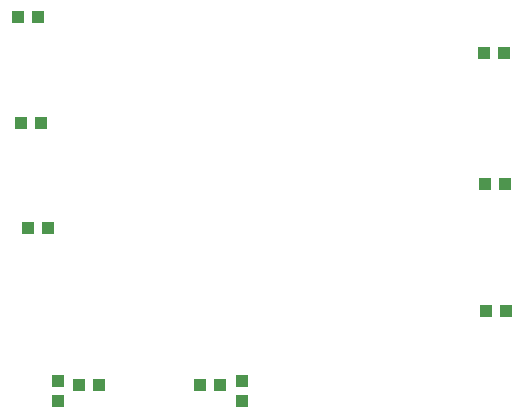
<source format=gbr>
G04 EAGLE Gerber RS-274X export*
G75*
%MOMM*%
%FSLAX34Y34*%
%LPD*%
%INSolderpaste Top*%
%IPPOS*%
%AMOC8*
5,1,8,0,0,1.08239X$1,22.5*%
G01*
%ADD10R,1.000000X1.100000*%
%ADD11R,1.100000X1.000000*%


D10*
X519600Y398400D03*
X502600Y398400D03*
X520600Y287500D03*
X503600Y287500D03*
X521600Y179600D03*
X504600Y179600D03*
X116400Y250300D03*
X133400Y250300D03*
X110400Y339200D03*
X127400Y339200D03*
X108400Y429100D03*
X125400Y429100D03*
X262400Y117000D03*
X279400Y117000D03*
X176600Y117100D03*
X159600Y117100D03*
D11*
X297800Y120600D03*
X297800Y103600D03*
X141700Y120600D03*
X141700Y103600D03*
M02*

</source>
